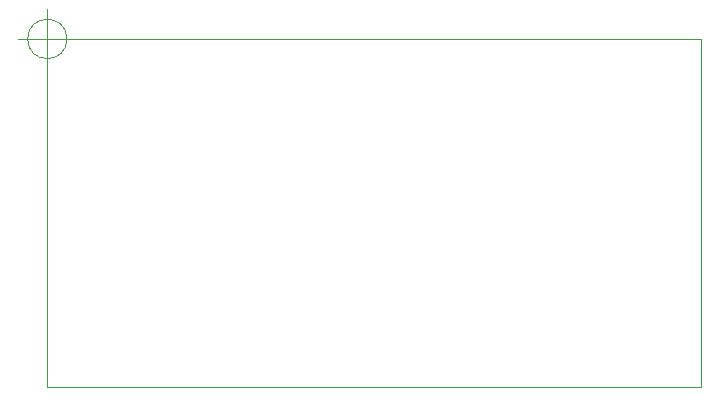
<source format=gbr>
G04 #@! TF.GenerationSoftware,KiCad,Pcbnew,(5.0.0-rc2-dev-586-g888c43477)*
G04 #@! TF.CreationDate,2018-06-03T15:17:15-03:00*
G04 #@! TF.ProjectId,Signal,5369676E616C2E6B696361645F706362,rev?*
G04 #@! TF.SameCoordinates,Original*
G04 #@! TF.FileFunction,Profile,NP*
%FSLAX46Y46*%
G04 Gerber Fmt 4.6, Leading zero omitted, Abs format (unit mm)*
G04 Created by KiCad (PCBNEW (5.0.0-rc2-dev-586-g888c43477)) date 06/03/18 15:17:15*
%MOMM*%
%LPD*%
G01*
G04 APERTURE LIST*
%ADD10C,0.100000*%
G04 APERTURE END LIST*
D10*
X25034666Y-14732000D02*
G75*
G03X25034666Y-14732000I-1666666J0D01*
G01*
X20868000Y-14732000D02*
X25868000Y-14732000D01*
X23368000Y-12232000D02*
X23368000Y-17232000D01*
X78740000Y-44196000D02*
X78740000Y-14732000D01*
X23368000Y-44196000D02*
X78740000Y-44196000D01*
X23368000Y-14732000D02*
X23368000Y-44196000D01*
X78740000Y-14732000D02*
X23368000Y-14732000D01*
M02*

</source>
